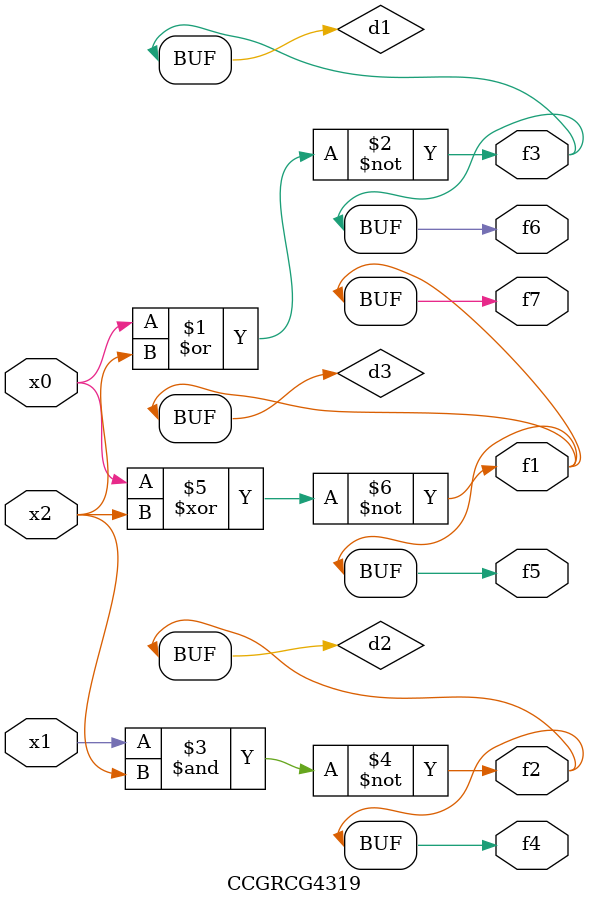
<source format=v>
module CCGRCG4319(
	input x0, x1, x2,
	output f1, f2, f3, f4, f5, f6, f7
);

	wire d1, d2, d3;

	nor (d1, x0, x2);
	nand (d2, x1, x2);
	xnor (d3, x0, x2);
	assign f1 = d3;
	assign f2 = d2;
	assign f3 = d1;
	assign f4 = d2;
	assign f5 = d3;
	assign f6 = d1;
	assign f7 = d3;
endmodule

</source>
